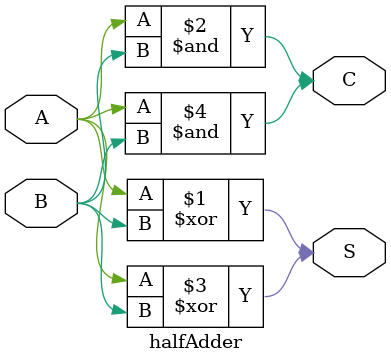
<source format=v>
module halfAdder(
  // after 'module' keyword we have name of our module and and ports list. 
  input wire A, // A - it's first input
  input wire B, // B - it's second input
  output wire C, // C like carry
  output wire S // S like sum
);
  
  // It's first way to create half adder, it's the lowest way in verilog, using gates.
  xor(S, A, B); // xor(output, input1, input2)
  and(C, A, B); // and(output, input1, input2)
  
  assign S = A ^ B; // bitwise xor
  assign C = A & B; // bitwise and
  
endmodule

/*
he truth table for mux looks like:
| A | B | C | S |
-----------------
| 0 | 0 | 0 | 0 |
| 0 | 1 | 0 | 1 |
| 1 | 0 | 0 | 1 |
| 1 | 1 | 1 | 0 |
*/

</source>
